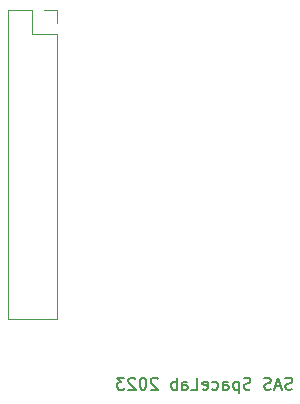
<source format=gbo>
G04 #@! TF.GenerationSoftware,KiCad,Pcbnew,(6.0.7)*
G04 #@! TF.CreationDate,2022-10-21T23:47:13+08:00*
G04 #@! TF.ProjectId,pcb_front,7063625f-6672-46f6-9e74-2e6b69636164,rev?*
G04 #@! TF.SameCoordinates,Original*
G04 #@! TF.FileFunction,Legend,Bot*
G04 #@! TF.FilePolarity,Positive*
%FSLAX46Y46*%
G04 Gerber Fmt 4.6, Leading zero omitted, Abs format (unit mm)*
G04 Created by KiCad (PCBNEW (6.0.7)) date 2022-10-21 23:47:13*
%MOMM*%
%LPD*%
G01*
G04 APERTURE LIST*
%ADD10C,0.150000*%
%ADD11C,0.120000*%
%ADD12C,3.200000*%
%ADD13R,1.350000X1.350000*%
%ADD14O,1.350000X1.350000*%
G04 APERTURE END LIST*
D10*
X23004761Y-31018861D02*
X22861904Y-31066480D01*
X22623809Y-31066480D01*
X22528571Y-31018861D01*
X22480952Y-30971242D01*
X22433333Y-30876004D01*
X22433333Y-30780766D01*
X22480952Y-30685528D01*
X22528571Y-30637909D01*
X22623809Y-30590290D01*
X22814285Y-30542671D01*
X22909523Y-30495052D01*
X22957142Y-30447433D01*
X23004761Y-30352195D01*
X23004761Y-30256957D01*
X22957142Y-30161719D01*
X22909523Y-30114100D01*
X22814285Y-30066480D01*
X22576190Y-30066480D01*
X22433333Y-30114100D01*
X22052380Y-30780766D02*
X21576190Y-30780766D01*
X22147619Y-31066480D02*
X21814285Y-30066480D01*
X21480952Y-31066480D01*
X21195238Y-31018861D02*
X21052380Y-31066480D01*
X20814285Y-31066480D01*
X20719047Y-31018861D01*
X20671428Y-30971242D01*
X20623809Y-30876004D01*
X20623809Y-30780766D01*
X20671428Y-30685528D01*
X20719047Y-30637909D01*
X20814285Y-30590290D01*
X21004761Y-30542671D01*
X21100000Y-30495052D01*
X21147619Y-30447433D01*
X21195238Y-30352195D01*
X21195238Y-30256957D01*
X21147619Y-30161719D01*
X21100000Y-30114100D01*
X21004761Y-30066480D01*
X20766666Y-30066480D01*
X20623809Y-30114100D01*
X19480952Y-31018861D02*
X19338095Y-31066480D01*
X19100000Y-31066480D01*
X19004761Y-31018861D01*
X18957142Y-30971242D01*
X18909523Y-30876004D01*
X18909523Y-30780766D01*
X18957142Y-30685528D01*
X19004761Y-30637909D01*
X19100000Y-30590290D01*
X19290476Y-30542671D01*
X19385714Y-30495052D01*
X19433333Y-30447433D01*
X19480952Y-30352195D01*
X19480952Y-30256957D01*
X19433333Y-30161719D01*
X19385714Y-30114100D01*
X19290476Y-30066480D01*
X19052380Y-30066480D01*
X18909523Y-30114100D01*
X18480952Y-30399814D02*
X18480952Y-31399814D01*
X18480952Y-30447433D02*
X18385714Y-30399814D01*
X18195238Y-30399814D01*
X18100000Y-30447433D01*
X18052380Y-30495052D01*
X18004761Y-30590290D01*
X18004761Y-30876004D01*
X18052380Y-30971242D01*
X18100000Y-31018861D01*
X18195238Y-31066480D01*
X18385714Y-31066480D01*
X18480952Y-31018861D01*
X17147619Y-31066480D02*
X17147619Y-30542671D01*
X17195238Y-30447433D01*
X17290476Y-30399814D01*
X17480952Y-30399814D01*
X17576190Y-30447433D01*
X17147619Y-31018861D02*
X17242857Y-31066480D01*
X17480952Y-31066480D01*
X17576190Y-31018861D01*
X17623809Y-30923623D01*
X17623809Y-30828385D01*
X17576190Y-30733147D01*
X17480952Y-30685528D01*
X17242857Y-30685528D01*
X17147619Y-30637909D01*
X16242857Y-31018861D02*
X16338095Y-31066480D01*
X16528571Y-31066480D01*
X16623809Y-31018861D01*
X16671428Y-30971242D01*
X16719047Y-30876004D01*
X16719047Y-30590290D01*
X16671428Y-30495052D01*
X16623809Y-30447433D01*
X16528571Y-30399814D01*
X16338095Y-30399814D01*
X16242857Y-30447433D01*
X15433333Y-31018861D02*
X15528571Y-31066480D01*
X15719047Y-31066480D01*
X15814285Y-31018861D01*
X15861904Y-30923623D01*
X15861904Y-30542671D01*
X15814285Y-30447433D01*
X15719047Y-30399814D01*
X15528571Y-30399814D01*
X15433333Y-30447433D01*
X15385714Y-30542671D01*
X15385714Y-30637909D01*
X15861904Y-30733147D01*
X14480952Y-31066480D02*
X14957142Y-31066480D01*
X14957142Y-30066480D01*
X13719047Y-31066480D02*
X13719047Y-30542671D01*
X13766666Y-30447433D01*
X13861904Y-30399814D01*
X14052380Y-30399814D01*
X14147619Y-30447433D01*
X13719047Y-31018861D02*
X13814285Y-31066480D01*
X14052380Y-31066480D01*
X14147619Y-31018861D01*
X14195238Y-30923623D01*
X14195238Y-30828385D01*
X14147619Y-30733147D01*
X14052380Y-30685528D01*
X13814285Y-30685528D01*
X13719047Y-30637909D01*
X13242857Y-31066480D02*
X13242857Y-30066480D01*
X13242857Y-30447433D02*
X13147619Y-30399814D01*
X12957142Y-30399814D01*
X12861904Y-30447433D01*
X12814285Y-30495052D01*
X12766666Y-30590290D01*
X12766666Y-30876004D01*
X12814285Y-30971242D01*
X12861904Y-31018861D01*
X12957142Y-31066480D01*
X13147619Y-31066480D01*
X13242857Y-31018861D01*
X11623809Y-30161719D02*
X11576190Y-30114100D01*
X11480952Y-30066480D01*
X11242857Y-30066480D01*
X11147619Y-30114100D01*
X11100000Y-30161719D01*
X11052380Y-30256957D01*
X11052380Y-30352195D01*
X11100000Y-30495052D01*
X11671428Y-31066480D01*
X11052380Y-31066480D01*
X10433333Y-30066480D02*
X10338095Y-30066480D01*
X10242857Y-30114100D01*
X10195238Y-30161719D01*
X10147619Y-30256957D01*
X10100000Y-30447433D01*
X10100000Y-30685528D01*
X10147619Y-30876004D01*
X10195238Y-30971242D01*
X10242857Y-31018861D01*
X10338095Y-31066480D01*
X10433333Y-31066480D01*
X10528571Y-31018861D01*
X10576190Y-30971242D01*
X10623809Y-30876004D01*
X10671428Y-30685528D01*
X10671428Y-30447433D01*
X10623809Y-30256957D01*
X10576190Y-30161719D01*
X10528571Y-30114100D01*
X10433333Y-30066480D01*
X9719047Y-30161719D02*
X9671428Y-30114100D01*
X9576190Y-30066480D01*
X9338095Y-30066480D01*
X9242857Y-30114100D01*
X9195238Y-30161719D01*
X9147619Y-30256957D01*
X9147619Y-30352195D01*
X9195238Y-30495052D01*
X9766666Y-31066480D01*
X9147619Y-31066480D01*
X8814285Y-30066480D02*
X8195238Y-30066480D01*
X8528571Y-30447433D01*
X8385714Y-30447433D01*
X8290476Y-30495052D01*
X8242857Y-30542671D01*
X8195238Y-30637909D01*
X8195238Y-30876004D01*
X8242857Y-30971242D01*
X8290476Y-31018861D01*
X8385714Y-31066480D01*
X8671428Y-31066480D01*
X8766666Y-31018861D01*
X8814285Y-30971242D01*
D11*
X3060000Y-1000000D02*
X1000000Y-1000000D01*
X3060000Y0D02*
X3060000Y1060000D01*
X1000000Y1060000D02*
X-1060000Y1060000D01*
X-1060000Y1060000D02*
X-1060000Y-25060000D01*
X3060000Y1060000D02*
X2000000Y1060000D01*
X3060000Y-25060000D02*
X-1060000Y-25060000D01*
X1000000Y-1000000D02*
X1000000Y1060000D01*
X3060000Y-1000000D02*
X3060000Y-25060000D01*
%LPC*%
D12*
X5750000Y-30614100D03*
X5750000Y250000D03*
X25500000Y-30614100D03*
D13*
X2000000Y0D03*
D14*
X0Y0D03*
X2000000Y-2000000D03*
X0Y-2000000D03*
X2000000Y-4000000D03*
X0Y-4000000D03*
X2000000Y-6000000D03*
X0Y-6000000D03*
X2000000Y-8000000D03*
X0Y-8000000D03*
X2000000Y-10000000D03*
X0Y-10000000D03*
X2000000Y-12000000D03*
X0Y-12000000D03*
X2000000Y-14000000D03*
X0Y-14000000D03*
X2000000Y-16000000D03*
X0Y-16000000D03*
X2000000Y-18000000D03*
X0Y-18000000D03*
X2000000Y-20000000D03*
X0Y-20000000D03*
X2000000Y-22000000D03*
X0Y-22000000D03*
X2000000Y-24000000D03*
X0Y-24000000D03*
M02*

</source>
